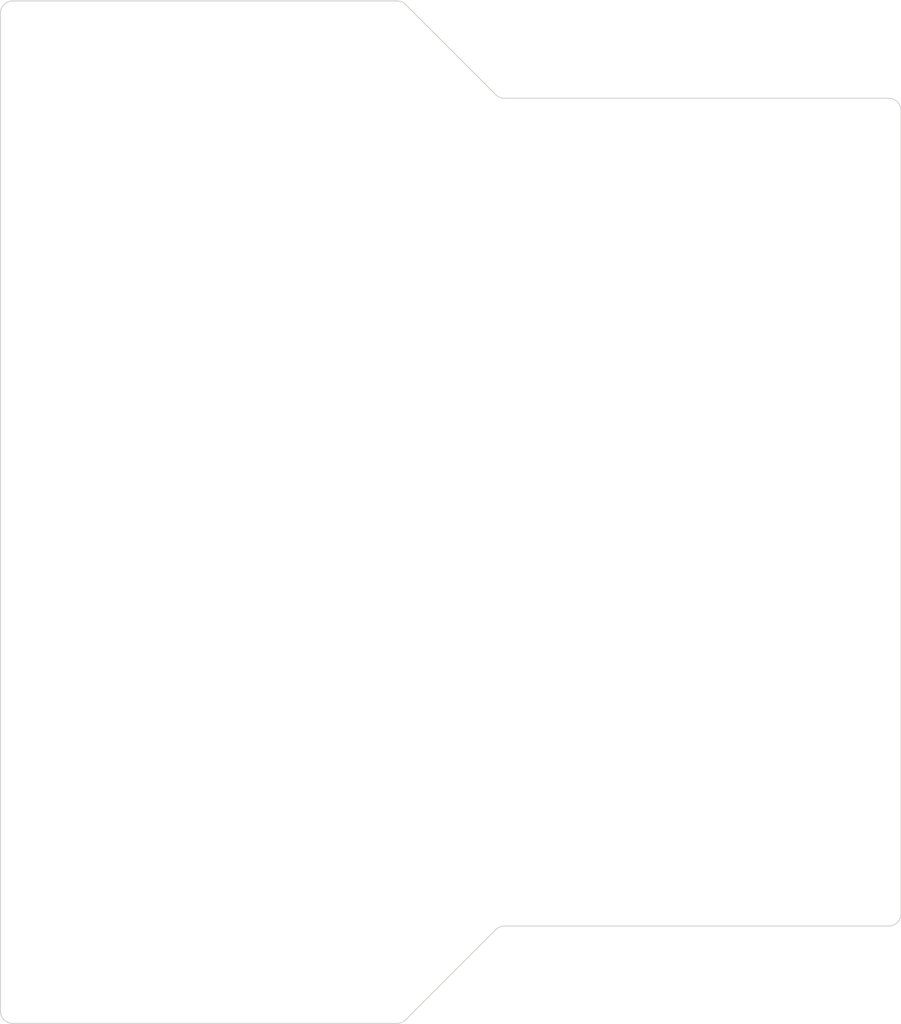
<source format=kicad_pcb>
(kicad_pcb (version 20241229) (generator "pcbnew") (generator_version "9.0")
  (layers (0 "F.Cu" signal) (4 "In1.Cu" power) (6 "In2.Cu" power) (2 "B.Cu" signal) (13 "F.Paste" user) (15 "B.Paste" user) (5 "F.SilkS" user "F.Silkscreen") (7 "B.SilkS" user "B.Silkscreen") (1 "F.Mask" user) (3 "B.Mask" user) (25 "Edge.Cuts" user))
  (net 0 "")
  (footprint "modules_footprints:supercap_bank" (layer "F.Cu") (at 121.7676 93.1672)
    (property "Reference" "A2" (hide yes))
    (property "Value" "~")
  )
  (footprint "modules_footprints:minimal_ltc3350" (layer "F.Cu") (at 130.8608 93.1672)
    (property "Reference" "A1" (hide yes))
    (property "Value" "~")
  )
  (gr_arc (start 107.3658 67.1322) (mid 107.551787 66.683187) (end 108.0008 66.4972) (stroke (width 0.05)) (layer "Edge.Cuts"))
  (gr_line (start 128.506787 119.651213) (end 133.214813 114.943187) (stroke (width 0.05)) (layer "Edge.Cuts"))
  (gr_arc (start 153.7208 71.5772) (mid 154.169813 71.763187) (end 154.3558 72.2122) (stroke (width 0.05)) (layer "Edge.Cuts"))
  (gr_arc (start 128.057774 66.4972) (mid 128.300783 66.545528) (end 128.506787 66.683187) (stroke (width 0.05)) (layer "Edge.Cuts"))
  (gr_line (start 108.0008 119.8372) (end 128.057774 119.8372) (stroke (width 0.05)) (layer "Edge.Cuts"))
  (gr_line (start 154.3558 114.1222) (end 154.3558 72.2122) (stroke (width 0.05)) (layer "Edge.Cuts"))
  (gr_line (start 107.3658 67.1322) (end 107.3658 119.2022) (stroke (width 0.05)) (layer "Edge.Cuts"))
  (gr_arc (start 133.214813 114.943187) (mid 133.420823 114.805545) (end 133.663826 114.7572) (stroke (width 0.05)) (layer "Edge.Cuts"))
  (gr_arc (start 133.663826 71.5772) (mid 133.420822 71.528864) (end 133.214813 71.391213) (stroke (width 0.05)) (layer "Edge.Cuts"))
  (gr_arc (start 108.0008 119.8372) (mid 107.551787 119.651213) (end 107.3658 119.2022) (stroke (width 0.05)) (layer "Edge.Cuts"))
  (gr_line (start 128.057774 66.4972) (end 108.0008 66.4972) (stroke (width 0.05)) (layer "Edge.Cuts"))
  (gr_line (start 133.663826 114.7572) (end 153.7208 114.7572) (stroke (width 0.05)) (layer "Edge.Cuts"))
  (gr_line (start 153.7208 71.5772) (end 133.663826 71.5772) (stroke (width 0.05)) (layer "Edge.Cuts"))
  (gr_arc (start 154.3558 114.1222) (mid 154.169813 114.571213) (end 153.7208 114.7572) (stroke (width 0.05)) (layer "Edge.Cuts"))
  (gr_line (start 133.214813 71.391213) (end 128.506787 66.683187) (stroke (width 0.05)) (layer "Edge.Cuts"))
  (gr_arc (start 128.506787 119.651213) (mid 128.300777 119.788855) (end 128.057774 119.8372) (stroke (width 0.05)) (layer "Edge.Cuts"))
)
</source>
